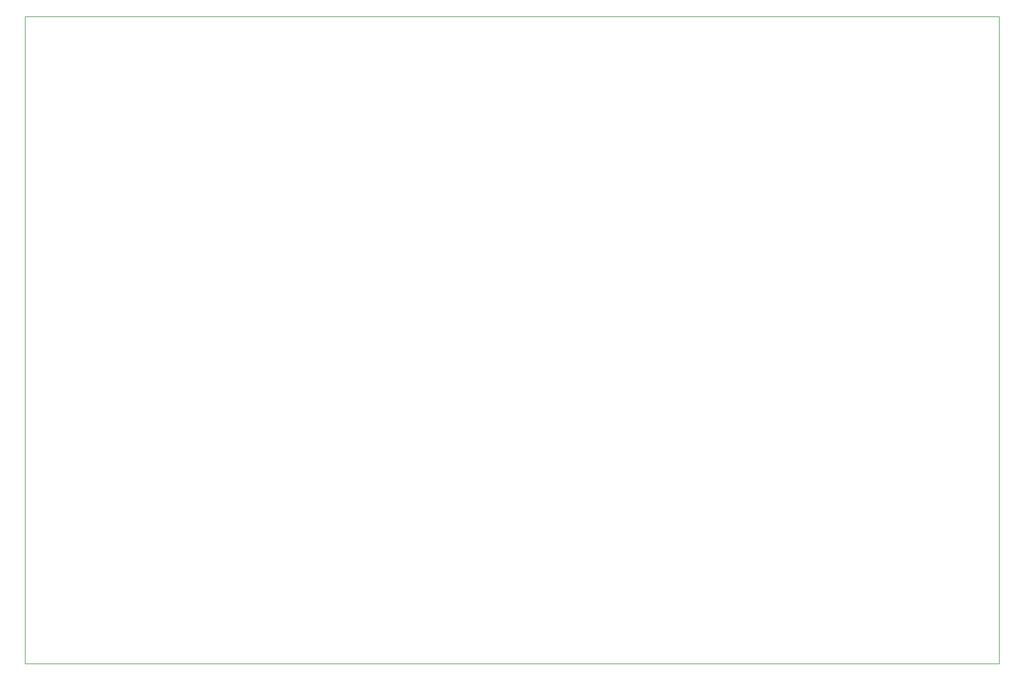
<source format=gbr>
G04 #@! TF.FileFunction,Profile,NP*
%FSLAX46Y46*%
G04 Gerber Fmt 4.6, Leading zero omitted, Abs format (unit mm)*
G04 Created by KiCad (PCBNEW (2016-09-07 BZR 7135, Git c8cf783)-product) date Sat Feb  4 03:26:47 2017*
%MOMM*%
%LPD*%
G01*
G04 APERTURE LIST*
%ADD10C,0.100000*%
G04 APERTURE END LIST*
D10*
X184600000Y-21425000D02*
X39175000Y-21425000D01*
X184600000Y-118050000D02*
X184600000Y-21425000D01*
X39175000Y-118050000D02*
X184600000Y-118050000D01*
X39175000Y-21425000D02*
X39175000Y-118050000D01*
M02*

</source>
